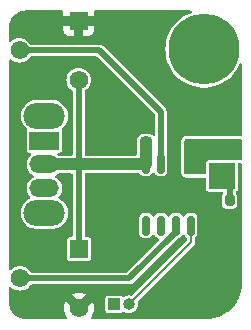
<source format=gtl>
G04 #@! TF.GenerationSoftware,KiCad,Pcbnew,8.0.1*
G04 #@! TF.CreationDate,2024-07-26T02:50:49+08:00*
G04 #@! TF.ProjectId,555Sandbox,35353553-616e-4646-926f-782e6b696361,1.0.0*
G04 #@! TF.SameCoordinates,Original*
G04 #@! TF.FileFunction,Copper,L1,Top*
G04 #@! TF.FilePolarity,Positive*
%FSLAX46Y46*%
G04 Gerber Fmt 4.6, Leading zero omitted, Abs format (unit mm)*
G04 Created by KiCad (PCBNEW 8.0.1) date 2024-07-26 02:50:49*
%MOMM*%
%LPD*%
G01*
G04 APERTURE LIST*
G04 Aperture macros list*
%AMRoundRect*
0 Rectangle with rounded corners*
0 $1 Rounding radius*
0 $2 $3 $4 $5 $6 $7 $8 $9 X,Y pos of 4 corners*
0 Add a 4 corners polygon primitive as box body*
4,1,4,$2,$3,$4,$5,$6,$7,$8,$9,$2,$3,0*
0 Add four circle primitives for the rounded corners*
1,1,$1+$1,$2,$3*
1,1,$1+$1,$4,$5*
1,1,$1+$1,$6,$7*
1,1,$1+$1,$8,$9*
0 Add four rect primitives between the rounded corners*
20,1,$1+$1,$2,$3,$4,$5,0*
20,1,$1+$1,$4,$5,$6,$7,0*
20,1,$1+$1,$6,$7,$8,$9,0*
20,1,$1+$1,$8,$9,$2,$3,0*%
G04 Aperture macros list end*
G04 #@! TA.AperFunction,ComponentPad*
%ADD10O,1.000000X1.000000*%
G04 #@! TD*
G04 #@! TA.AperFunction,ComponentPad*
%ADD11R,1.000000X1.000000*%
G04 #@! TD*
G04 #@! TA.AperFunction,SMDPad,CuDef*
%ADD12RoundRect,0.150000X-0.150000X0.675000X-0.150000X-0.675000X0.150000X-0.675000X0.150000X0.675000X0*%
G04 #@! TD*
G04 #@! TA.AperFunction,SMDPad,CuDef*
%ADD13R,2.200000X2.200000*%
G04 #@! TD*
G04 #@! TA.AperFunction,SMDPad,CuDef*
%ADD14R,2.200000X1.250000*%
G04 #@! TD*
G04 #@! TA.AperFunction,SMDPad,CuDef*
%ADD15RoundRect,0.200000X0.200000X0.275000X-0.200000X0.275000X-0.200000X-0.275000X0.200000X-0.275000X0*%
G04 #@! TD*
G04 #@! TA.AperFunction,ComponentPad*
%ADD16O,3.500000X2.200000*%
G04 #@! TD*
G04 #@! TA.AperFunction,ComponentPad*
%ADD17R,2.500000X1.500000*%
G04 #@! TD*
G04 #@! TA.AperFunction,ComponentPad*
%ADD18O,2.500000X1.500000*%
G04 #@! TD*
G04 #@! TA.AperFunction,SMDPad,CuDef*
%ADD19RoundRect,0.225000X0.250000X-0.225000X0.250000X0.225000X-0.250000X0.225000X-0.250000X-0.225000X0*%
G04 #@! TD*
G04 #@! TA.AperFunction,ComponentPad*
%ADD20R,1.560000X1.560000*%
G04 #@! TD*
G04 #@! TA.AperFunction,ComponentPad*
%ADD21C,1.560000*%
G04 #@! TD*
G04 #@! TA.AperFunction,ComponentPad*
%ADD22C,6.000000*%
G04 #@! TD*
G04 #@! TA.AperFunction,ViaPad*
%ADD23C,0.600000*%
G04 #@! TD*
G04 #@! TA.AperFunction,Conductor*
%ADD24C,0.500000*%
G04 #@! TD*
G04 #@! TA.AperFunction,Conductor*
%ADD25C,0.200000*%
G04 #@! TD*
G04 #@! TA.AperFunction,Conductor*
%ADD26C,1.000000*%
G04 #@! TD*
G04 APERTURE END LIST*
D10*
X86915000Y-92300000D03*
X85645000Y-92300000D03*
D11*
X84375000Y-92300000D03*
D12*
X90855000Y-85625000D03*
X89585000Y-85625000D03*
X88315000Y-85625000D03*
X87045000Y-85625000D03*
X87045000Y-80375000D03*
X88315000Y-80375000D03*
X89585000Y-80375000D03*
X90855000Y-80375000D03*
D13*
X93500000Y-81400000D03*
D14*
X93500000Y-79125000D03*
D15*
X94125000Y-83500000D03*
X92475000Y-83500000D03*
D16*
X78450000Y-76350000D03*
X78450000Y-84550000D03*
D17*
X78450000Y-78450000D03*
D18*
X78450000Y-80450000D03*
X78450000Y-82450000D03*
D19*
X87050000Y-78575000D03*
X87050000Y-77025000D03*
D20*
X81350000Y-68300000D03*
D21*
X76350000Y-70800000D03*
X81350000Y-73300000D03*
D22*
X91950000Y-70700000D03*
D20*
X81390000Y-87600000D03*
D21*
X76390000Y-90100000D03*
X81390000Y-92600000D03*
D23*
X84650000Y-73650000D03*
X94600000Y-90850000D03*
X87100000Y-73550000D03*
X92950000Y-77650000D03*
X86900000Y-76000000D03*
X76450000Y-68400000D03*
X91950000Y-77650000D03*
X83400000Y-88950000D03*
X77650000Y-92350000D03*
X93950000Y-77650000D03*
X92250000Y-93050000D03*
X76650000Y-92350000D03*
X89300000Y-73350000D03*
X89650000Y-78350000D03*
X85550000Y-74550000D03*
X93800000Y-92250000D03*
X83300000Y-72400000D03*
D24*
X76390000Y-90100000D02*
X85650000Y-90100000D01*
X85650000Y-90100000D02*
X89585000Y-86165000D01*
X89585000Y-86165000D02*
X89585000Y-85625000D01*
D25*
X85645000Y-92250000D02*
X90855000Y-87040000D01*
X90855000Y-87040000D02*
X90855000Y-85775000D01*
D24*
X76350000Y-70800000D02*
X83100000Y-70800000D01*
X83100000Y-70800000D02*
X88315000Y-76015000D01*
X88315000Y-76015000D02*
X88315000Y-80375000D01*
D26*
X78450000Y-80450000D02*
X86970000Y-80450000D01*
X86970000Y-80450000D02*
X87045000Y-80375000D01*
X87045000Y-80375000D02*
X87045000Y-78580000D01*
D24*
X81350000Y-73300000D02*
X81350000Y-87560000D01*
X81350000Y-87560000D02*
X81390000Y-87600000D01*
D26*
X81500000Y-87490000D02*
X81390000Y-87600000D01*
D24*
X94125000Y-82375000D02*
X93200000Y-81450000D01*
X94125000Y-83500000D02*
X94125000Y-82375000D01*
G04 #@! TA.AperFunction,Conductor*
G36*
X95130753Y-78319685D02*
G01*
X95176508Y-78372489D01*
X95187713Y-78423962D01*
X95188058Y-79574696D01*
X95188164Y-79925963D01*
X95168500Y-79993008D01*
X95115709Y-80038779D01*
X95064164Y-80050000D01*
X94635842Y-80050000D01*
X94625664Y-80049500D01*
X94624674Y-80049500D01*
X92375326Y-80049500D01*
X92375323Y-80049500D01*
X92302264Y-80064032D01*
X92302260Y-80064033D01*
X92219399Y-80119399D01*
X92164033Y-80202260D01*
X92164032Y-80202264D01*
X92149500Y-80275321D01*
X92149500Y-81176000D01*
X92129815Y-81243039D01*
X92077011Y-81288794D01*
X92025500Y-81300000D01*
X90424000Y-81300000D01*
X90356961Y-81280315D01*
X90311206Y-81227511D01*
X90300000Y-81176000D01*
X90300000Y-78424000D01*
X90319685Y-78356961D01*
X90372489Y-78311206D01*
X90424000Y-78300000D01*
X95063714Y-78300000D01*
X95130753Y-78319685D01*
G37*
G04 #@! TD.AperFunction*
G04 #@! TA.AperFunction,Conductor*
G36*
X80013039Y-67420185D02*
G01*
X80058794Y-67472989D01*
X80070000Y-67524500D01*
X80070000Y-67900000D01*
X81042894Y-67900000D01*
X80949901Y-67992993D01*
X80884075Y-68107007D01*
X80850000Y-68234174D01*
X80850000Y-68365826D01*
X80884075Y-68492993D01*
X80949901Y-68607007D01*
X81042993Y-68700099D01*
X81157007Y-68765925D01*
X81284174Y-68800000D01*
X81415826Y-68800000D01*
X81542993Y-68765925D01*
X81657007Y-68700099D01*
X81657106Y-68700000D01*
X81750000Y-68700000D01*
X81750000Y-69580000D01*
X82177828Y-69580000D01*
X82177844Y-69579999D01*
X82237372Y-69573598D01*
X82237379Y-69573596D01*
X82372086Y-69523354D01*
X82372093Y-69523350D01*
X82487187Y-69437190D01*
X82487190Y-69437187D01*
X82573350Y-69322093D01*
X82573354Y-69322086D01*
X82623596Y-69187379D01*
X82623598Y-69187372D01*
X82629999Y-69127844D01*
X82630000Y-69127827D01*
X82630000Y-68700000D01*
X81750000Y-68700000D01*
X81657106Y-68700000D01*
X81750099Y-68607007D01*
X81815925Y-68492993D01*
X81850000Y-68365826D01*
X81850000Y-68234174D01*
X81815925Y-68107007D01*
X81750099Y-67992993D01*
X81657106Y-67900000D01*
X82630000Y-67900000D01*
X82630000Y-67524500D01*
X82649685Y-67457461D01*
X82702489Y-67411706D01*
X82754000Y-67400500D01*
X90806168Y-67400500D01*
X90873207Y-67420185D01*
X90918962Y-67472989D01*
X90928906Y-67542147D01*
X90899881Y-67605703D01*
X90845762Y-67642008D01*
X90745099Y-67675926D01*
X90745096Y-67675927D01*
X90745088Y-67675930D01*
X90425210Y-67823921D01*
X90425197Y-67823928D01*
X90123184Y-68005644D01*
X89842589Y-68218946D01*
X89842580Y-68218954D01*
X89586685Y-68461350D01*
X89358505Y-68729983D01*
X89358498Y-68729993D01*
X89160695Y-69021730D01*
X88995597Y-69333137D01*
X88995588Y-69333155D01*
X88865127Y-69660589D01*
X88865126Y-69660591D01*
X88770834Y-70000203D01*
X88770833Y-70000206D01*
X88713808Y-70348045D01*
X88694726Y-70699997D01*
X88694726Y-70700002D01*
X88713808Y-71051954D01*
X88770833Y-71399793D01*
X88770834Y-71399796D01*
X88865126Y-71739408D01*
X88865127Y-71739410D01*
X88995588Y-72066844D01*
X88995597Y-72066862D01*
X89160695Y-72378269D01*
X89358498Y-72670006D01*
X89358505Y-72670016D01*
X89586685Y-72938649D01*
X89586686Y-72938650D01*
X89842580Y-73181046D01*
X90123182Y-73394354D01*
X90425202Y-73576074D01*
X90425206Y-73576075D01*
X90425210Y-73576078D01*
X90745088Y-73724070D01*
X90745092Y-73724070D01*
X90745099Y-73724074D01*
X91079122Y-73836619D01*
X91423355Y-73912391D01*
X91773763Y-73950500D01*
X91773769Y-73950500D01*
X92126231Y-73950500D01*
X92126237Y-73950500D01*
X92476645Y-73912391D01*
X92820878Y-73836619D01*
X93154901Y-73724074D01*
X93154908Y-73724070D01*
X93154911Y-73724070D01*
X93474789Y-73576078D01*
X93474798Y-73576074D01*
X93776818Y-73394354D01*
X94057420Y-73181046D01*
X94313314Y-72938650D01*
X94541501Y-72670008D01*
X94739305Y-72378269D01*
X94904407Y-72066854D01*
X94946599Y-71960958D01*
X94989697Y-71905969D01*
X95055686Y-71883008D01*
X95123614Y-71899369D01*
X95171913Y-71949856D01*
X95185791Y-72006821D01*
X95187562Y-77920463D01*
X95167898Y-77987508D01*
X95115107Y-78033279D01*
X95063562Y-78044500D01*
X90423997Y-78044500D01*
X90369687Y-78050338D01*
X90318181Y-78061543D01*
X90318172Y-78061546D01*
X90291807Y-78068779D01*
X90291796Y-78068783D01*
X90205181Y-78118105D01*
X90205173Y-78118111D01*
X90152371Y-78163863D01*
X90120743Y-78196640D01*
X90074534Y-78284977D01*
X90074533Y-78284977D01*
X90054851Y-78352009D01*
X90054848Y-78352021D01*
X90044500Y-78423998D01*
X90044500Y-81176002D01*
X90050338Y-81230312D01*
X90061543Y-81281818D01*
X90061546Y-81281827D01*
X90068779Y-81308192D01*
X90068783Y-81308203D01*
X90118105Y-81394818D01*
X90118110Y-81394825D01*
X90118112Y-81394828D01*
X90133036Y-81412051D01*
X90163863Y-81447628D01*
X90163866Y-81447631D01*
X90163867Y-81447632D01*
X90196641Y-81479257D01*
X90284976Y-81525465D01*
X90284977Y-81525465D01*
X90284977Y-81525466D01*
X90335105Y-81540184D01*
X90352015Y-81545150D01*
X90352019Y-81545150D01*
X90352021Y-81545151D01*
X90363652Y-81546823D01*
X90424000Y-81555500D01*
X90424001Y-81555500D01*
X92025500Y-81555500D01*
X92092539Y-81575185D01*
X92138294Y-81627989D01*
X92149500Y-81679500D01*
X92149500Y-82524678D01*
X92164032Y-82597735D01*
X92164033Y-82597739D01*
X92164034Y-82597740D01*
X92219399Y-82680601D01*
X92302260Y-82735966D01*
X92302264Y-82735967D01*
X92375321Y-82750499D01*
X92375324Y-82750500D01*
X92375326Y-82750500D01*
X93469659Y-82750500D01*
X93536698Y-82770185D01*
X93582453Y-82822989D01*
X93592397Y-82892147D01*
X93569430Y-82948133D01*
X93522207Y-83012118D01*
X93522206Y-83012119D01*
X93477353Y-83140298D01*
X93477353Y-83140300D01*
X93474500Y-83170730D01*
X93474500Y-83829269D01*
X93477353Y-83859699D01*
X93477353Y-83859701D01*
X93522206Y-83987880D01*
X93522207Y-83987882D01*
X93602850Y-84097150D01*
X93712118Y-84177793D01*
X93754845Y-84192744D01*
X93840299Y-84222646D01*
X93870730Y-84225500D01*
X93870734Y-84225500D01*
X94379270Y-84225500D01*
X94409699Y-84222646D01*
X94409701Y-84222646D01*
X94473790Y-84200219D01*
X94537882Y-84177793D01*
X94647150Y-84097150D01*
X94727793Y-83987882D01*
X94750219Y-83923790D01*
X94772646Y-83859701D01*
X94772646Y-83859699D01*
X94775500Y-83829269D01*
X94775500Y-83170730D01*
X94772646Y-83140300D01*
X94772646Y-83140298D01*
X94727793Y-83012119D01*
X94727790Y-83012113D01*
X94658529Y-82918267D01*
X94634558Y-82852638D01*
X94649874Y-82784468D01*
X94689410Y-82741531D01*
X94697738Y-82735966D01*
X94697740Y-82735966D01*
X94780601Y-82680601D01*
X94835966Y-82597740D01*
X94850500Y-82524674D01*
X94850500Y-80429500D01*
X94870185Y-80362461D01*
X94922989Y-80316706D01*
X94974500Y-80305500D01*
X95064314Y-80305500D01*
X95131353Y-80325185D01*
X95177108Y-80377989D01*
X95188313Y-80429461D01*
X95190724Y-88477735D01*
X95191325Y-90483207D01*
X95191344Y-90545852D01*
X95191176Y-90552344D01*
X95175339Y-90856207D01*
X95173986Y-90869118D01*
X95126975Y-91166455D01*
X95124279Y-91179154D01*
X95046440Y-91469945D01*
X95042431Y-91482292D01*
X94934621Y-91763343D01*
X94929344Y-91775203D01*
X94792736Y-92043453D01*
X94786247Y-92054697D01*
X94622350Y-92307184D01*
X94614722Y-92317688D01*
X94425319Y-92551665D01*
X94416634Y-92561314D01*
X94203804Y-92774209D01*
X94194158Y-92782896D01*
X93960251Y-92972364D01*
X93949750Y-92979996D01*
X93697303Y-93143980D01*
X93686061Y-93150472D01*
X93417858Y-93287161D01*
X93405999Y-93292442D01*
X93124983Y-93400340D01*
X93112637Y-93404353D01*
X92821870Y-93482282D01*
X92809172Y-93484982D01*
X92511849Y-93532086D01*
X92498939Y-93533443D01*
X92195939Y-93549330D01*
X92189446Y-93549500D01*
X82525946Y-93549500D01*
X82458907Y-93529815D01*
X82413152Y-93477011D01*
X82403208Y-93407853D01*
X82424371Y-93354376D01*
X82502746Y-93242444D01*
X82597399Y-93039459D01*
X82597403Y-93039450D01*
X82655367Y-92823124D01*
X82655369Y-92823113D01*
X82674889Y-92600002D01*
X82674889Y-92599997D01*
X82655369Y-92376886D01*
X82655367Y-92376875D01*
X82597403Y-92160549D01*
X82597400Y-92160540D01*
X82533079Y-92022604D01*
X81890000Y-92665683D01*
X81890000Y-92534174D01*
X81855925Y-92407007D01*
X81790099Y-92292993D01*
X81697007Y-92199901D01*
X81582993Y-92134075D01*
X81455826Y-92100000D01*
X81324174Y-92100000D01*
X81197007Y-92134075D01*
X81082993Y-92199901D01*
X80989901Y-92292993D01*
X80924075Y-92407007D01*
X80890000Y-92534174D01*
X80890000Y-92665685D01*
X80246920Y-92022605D01*
X80182600Y-92160540D01*
X80182596Y-92160549D01*
X80124632Y-92376875D01*
X80124630Y-92376886D01*
X80105111Y-92599997D01*
X80105111Y-92600002D01*
X80124630Y-92823113D01*
X80124632Y-92823124D01*
X80182596Y-93039450D01*
X80182600Y-93039459D01*
X80277253Y-93242444D01*
X80355629Y-93354376D01*
X80377956Y-93420582D01*
X80360946Y-93488350D01*
X80309998Y-93536163D01*
X80254054Y-93549500D01*
X76904875Y-93549500D01*
X76895146Y-93549118D01*
X76682975Y-93532419D01*
X76663757Y-93529375D01*
X76461569Y-93480834D01*
X76443063Y-93474821D01*
X76250955Y-93395247D01*
X76233618Y-93386413D01*
X76056327Y-93277769D01*
X76040585Y-93266332D01*
X75882469Y-93131288D01*
X75868711Y-93117530D01*
X75733667Y-92959414D01*
X75722230Y-92943672D01*
X75613586Y-92766381D01*
X75604752Y-92749044D01*
X75570282Y-92665826D01*
X75525176Y-92556930D01*
X75519167Y-92538437D01*
X75470623Y-92336237D01*
X75467580Y-92317024D01*
X75466240Y-92300002D01*
X75450882Y-92104853D01*
X75450500Y-92095124D01*
X75450500Y-91456920D01*
X80812605Y-91456920D01*
X81390000Y-92034315D01*
X81390001Y-92034315D01*
X81967395Y-91456918D01*
X81829452Y-91392597D01*
X81613124Y-91334632D01*
X81613113Y-91334630D01*
X81390002Y-91315111D01*
X81389998Y-91315111D01*
X81166886Y-91334630D01*
X81166875Y-91334632D01*
X80950549Y-91392596D01*
X80950540Y-91392600D01*
X80812605Y-91456920D01*
X75450500Y-91456920D01*
X75450500Y-90924247D01*
X75470185Y-90857208D01*
X75522989Y-90811453D01*
X75592147Y-90801509D01*
X75653165Y-90828394D01*
X75814713Y-90960974D01*
X75814720Y-90960978D01*
X75993732Y-91056662D01*
X75993734Y-91056662D01*
X75993737Y-91056664D01*
X76187987Y-91115589D01*
X76187986Y-91115589D01*
X76206099Y-91117372D01*
X76390000Y-91135486D01*
X76592013Y-91115589D01*
X76786263Y-91056664D01*
X76965285Y-90960975D01*
X77122199Y-90832199D01*
X77250975Y-90675285D01*
X77255912Y-90666047D01*
X77304874Y-90616203D01*
X77365271Y-90600500D01*
X85715890Y-90600500D01*
X85715892Y-90600500D01*
X85843186Y-90566392D01*
X85957314Y-90500500D01*
X89727093Y-86730719D01*
X89788414Y-86697236D01*
X89795351Y-86695932D01*
X89860304Y-86685646D01*
X89973342Y-86628050D01*
X90063050Y-86538342D01*
X90109516Y-86447145D01*
X90157490Y-86396352D01*
X90225311Y-86379557D01*
X90291445Y-86402094D01*
X90330482Y-86447145D01*
X90376950Y-86538342D01*
X90466658Y-86628050D01*
X90466660Y-86628051D01*
X90468181Y-86629572D01*
X90501666Y-86690895D01*
X90504500Y-86717254D01*
X90504500Y-86843455D01*
X90484815Y-86910494D01*
X90468181Y-86931136D01*
X85875569Y-91523747D01*
X85814246Y-91557232D01*
X85774004Y-91559286D01*
X85645003Y-91544751D01*
X85644997Y-91544751D01*
X85476943Y-91563685D01*
X85317307Y-91619545D01*
X85235144Y-91671172D01*
X85167907Y-91690172D01*
X85101072Y-91669804D01*
X85066071Y-91635069D01*
X85055601Y-91619399D01*
X84972740Y-91564034D01*
X84972739Y-91564033D01*
X84972735Y-91564032D01*
X84899677Y-91549500D01*
X84899674Y-91549500D01*
X83850326Y-91549500D01*
X83850323Y-91549500D01*
X83777264Y-91564032D01*
X83777260Y-91564033D01*
X83694399Y-91619399D01*
X83639033Y-91702260D01*
X83639032Y-91702264D01*
X83624500Y-91775321D01*
X83624500Y-92824678D01*
X83639032Y-92897735D01*
X83639033Y-92897739D01*
X83653992Y-92920127D01*
X83694399Y-92980601D01*
X83777260Y-93035966D01*
X83777264Y-93035967D01*
X83850321Y-93050499D01*
X83850324Y-93050500D01*
X83850326Y-93050500D01*
X84899676Y-93050500D01*
X84899677Y-93050499D01*
X84972740Y-93035966D01*
X85055601Y-92980601D01*
X85066070Y-92964932D01*
X85119677Y-92920127D01*
X85189001Y-92911417D01*
X85235145Y-92928828D01*
X85317307Y-92980454D01*
X85317305Y-92980454D01*
X85317309Y-92980455D01*
X85317310Y-92980456D01*
X85373447Y-93000099D01*
X85476943Y-93036314D01*
X85644997Y-93055249D01*
X85645000Y-93055249D01*
X85645003Y-93055249D01*
X85813056Y-93036314D01*
X85814051Y-93035966D01*
X85972690Y-92980456D01*
X85972692Y-92980454D01*
X85972694Y-92980454D01*
X85972697Y-92980452D01*
X86115884Y-92890481D01*
X86115885Y-92890480D01*
X86115890Y-92890477D01*
X86235477Y-92770890D01*
X86238310Y-92766381D01*
X86325452Y-92627697D01*
X86325454Y-92627694D01*
X86325454Y-92627692D01*
X86325456Y-92627690D01*
X86381313Y-92468059D01*
X86381313Y-92468058D01*
X86381314Y-92468056D01*
X86400249Y-92300002D01*
X86400249Y-92299997D01*
X86381314Y-92131944D01*
X86375274Y-92114683D01*
X86371711Y-92044905D01*
X86404634Y-91986047D01*
X88719056Y-89671625D01*
X91135470Y-87255212D01*
X91181614Y-87175288D01*
X91205500Y-87086143D01*
X91205500Y-86993856D01*
X91205500Y-86717254D01*
X91225185Y-86650215D01*
X91241819Y-86629572D01*
X91243339Y-86628051D01*
X91243342Y-86628050D01*
X91333050Y-86538342D01*
X91390646Y-86425304D01*
X91390646Y-86425302D01*
X91390647Y-86425301D01*
X91405499Y-86331524D01*
X91405500Y-86331519D01*
X91405499Y-84918482D01*
X91390646Y-84824696D01*
X91333050Y-84711658D01*
X91333046Y-84711654D01*
X91333045Y-84711652D01*
X91243347Y-84621954D01*
X91243344Y-84621952D01*
X91243342Y-84621950D01*
X91166517Y-84582805D01*
X91130301Y-84564352D01*
X91036524Y-84549500D01*
X90673482Y-84549500D01*
X90592519Y-84562323D01*
X90579696Y-84564354D01*
X90466658Y-84621950D01*
X90466657Y-84621951D01*
X90466652Y-84621954D01*
X90376954Y-84711652D01*
X90376949Y-84711659D01*
X90330483Y-84802852D01*
X90282508Y-84853648D01*
X90214687Y-84870442D01*
X90148552Y-84847904D01*
X90109516Y-84802852D01*
X90063050Y-84711658D01*
X90063047Y-84711655D01*
X90063045Y-84711652D01*
X89973347Y-84621954D01*
X89973344Y-84621952D01*
X89973342Y-84621950D01*
X89896517Y-84582805D01*
X89860301Y-84564352D01*
X89766524Y-84549500D01*
X89403482Y-84549500D01*
X89322519Y-84562323D01*
X89309696Y-84564354D01*
X89196658Y-84621950D01*
X89196657Y-84621951D01*
X89196652Y-84621954D01*
X89106954Y-84711652D01*
X89106949Y-84711659D01*
X89060483Y-84802852D01*
X89012508Y-84853648D01*
X88944687Y-84870442D01*
X88878552Y-84847904D01*
X88839516Y-84802852D01*
X88793050Y-84711658D01*
X88793047Y-84711655D01*
X88793045Y-84711652D01*
X88703347Y-84621954D01*
X88703344Y-84621952D01*
X88703342Y-84621950D01*
X88626517Y-84582805D01*
X88590301Y-84564352D01*
X88496524Y-84549500D01*
X88133482Y-84549500D01*
X88052519Y-84562323D01*
X88039696Y-84564354D01*
X87926658Y-84621950D01*
X87926657Y-84621951D01*
X87926652Y-84621954D01*
X87836954Y-84711652D01*
X87836949Y-84711659D01*
X87790483Y-84802852D01*
X87742508Y-84853648D01*
X87674687Y-84870442D01*
X87608552Y-84847904D01*
X87569516Y-84802852D01*
X87523050Y-84711658D01*
X87523047Y-84711655D01*
X87523045Y-84711652D01*
X87433347Y-84621954D01*
X87433344Y-84621952D01*
X87433342Y-84621950D01*
X87356517Y-84582805D01*
X87320301Y-84564352D01*
X87226524Y-84549500D01*
X86863482Y-84549500D01*
X86782519Y-84562323D01*
X86769696Y-84564354D01*
X86656658Y-84621950D01*
X86656657Y-84621951D01*
X86656652Y-84621954D01*
X86566954Y-84711652D01*
X86566951Y-84711657D01*
X86566950Y-84711658D01*
X86547751Y-84749337D01*
X86509352Y-84824698D01*
X86494500Y-84918475D01*
X86494500Y-86331517D01*
X86502109Y-86379557D01*
X86509354Y-86425304D01*
X86566950Y-86538342D01*
X86566952Y-86538344D01*
X86566954Y-86538347D01*
X86656652Y-86628045D01*
X86656654Y-86628046D01*
X86656658Y-86628050D01*
X86769694Y-86685645D01*
X86769698Y-86685647D01*
X86863475Y-86700499D01*
X86863481Y-86700500D01*
X87226518Y-86700499D01*
X87320304Y-86685646D01*
X87433342Y-86628050D01*
X87523050Y-86538342D01*
X87569516Y-86447145D01*
X87617490Y-86396352D01*
X87685311Y-86379557D01*
X87751445Y-86402094D01*
X87790482Y-86447145D01*
X87815891Y-86497011D01*
X87836951Y-86538343D01*
X87836954Y-86538347D01*
X87926652Y-86628045D01*
X87926654Y-86628046D01*
X87926658Y-86628050D01*
X88039696Y-86685646D01*
X88072850Y-86690897D01*
X88135983Y-86720825D01*
X88172915Y-86780136D01*
X88171919Y-86849998D01*
X88141133Y-86901051D01*
X85479005Y-89563181D01*
X85417682Y-89596666D01*
X85391324Y-89599500D01*
X77365271Y-89599500D01*
X77298232Y-89579815D01*
X77255912Y-89533952D01*
X77250973Y-89524712D01*
X77122199Y-89367800D01*
X76965286Y-89239025D01*
X76965279Y-89239021D01*
X76786267Y-89143337D01*
X76689138Y-89113873D01*
X76592013Y-89084411D01*
X76592011Y-89084410D01*
X76592013Y-89084410D01*
X76390000Y-89064514D01*
X76187988Y-89084410D01*
X75993732Y-89143337D01*
X75814720Y-89239021D01*
X75814713Y-89239026D01*
X75653165Y-89371605D01*
X75588855Y-89398918D01*
X75519987Y-89387127D01*
X75468427Y-89339975D01*
X75450500Y-89275752D01*
X75450500Y-71657075D01*
X75470185Y-71590036D01*
X75522989Y-71544281D01*
X75592147Y-71534337D01*
X75653165Y-71561222D01*
X75774713Y-71660974D01*
X75774720Y-71660978D01*
X75953732Y-71756662D01*
X75953734Y-71756662D01*
X75953737Y-71756664D01*
X76147987Y-71815589D01*
X76147986Y-71815589D01*
X76166099Y-71817372D01*
X76350000Y-71835486D01*
X76552013Y-71815589D01*
X76746263Y-71756664D01*
X76925285Y-71660975D01*
X77082199Y-71532199D01*
X77210975Y-71375285D01*
X77215912Y-71366047D01*
X77264874Y-71316203D01*
X77325271Y-71300500D01*
X82841324Y-71300500D01*
X82908363Y-71320185D01*
X82929005Y-71336819D01*
X87778181Y-76185995D01*
X87811666Y-76247318D01*
X87814500Y-76273676D01*
X87814500Y-77893456D01*
X87794815Y-77960495D01*
X87742011Y-78006250D01*
X87672853Y-78016194D01*
X87616190Y-77992723D01*
X87530230Y-77928374D01*
X87530227Y-77928373D01*
X87530226Y-77928372D01*
X87402114Y-77880588D01*
X87402112Y-77880587D01*
X87402110Y-77880587D01*
X87345501Y-77874500D01*
X87345485Y-77874500D01*
X87327587Y-77874500D01*
X87280135Y-77865061D01*
X87263917Y-77858343D01*
X87263907Y-77858340D01*
X87118920Y-77829500D01*
X87118918Y-77829500D01*
X86971082Y-77829500D01*
X86971080Y-77829500D01*
X86826089Y-77858341D01*
X86826082Y-77858343D01*
X86809858Y-77865063D01*
X86762422Y-77874500D01*
X86754524Y-77874500D01*
X86754507Y-77874501D01*
X86697885Y-77880587D01*
X86569773Y-77928372D01*
X86460313Y-78010313D01*
X86378373Y-78119771D01*
X86330587Y-78247889D01*
X86324500Y-78304498D01*
X86324500Y-78343052D01*
X86322117Y-78367244D01*
X86294500Y-78506079D01*
X86294500Y-79575500D01*
X86274815Y-79642539D01*
X86222011Y-79688294D01*
X86170500Y-79699500D01*
X81974500Y-79699500D01*
X81907461Y-79679815D01*
X81861706Y-79627011D01*
X81850500Y-79575500D01*
X81850500Y-74275271D01*
X81870185Y-74208232D01*
X81916048Y-74165912D01*
X81925285Y-74160975D01*
X82082199Y-74032199D01*
X82210975Y-73875285D01*
X82306664Y-73696263D01*
X82365589Y-73502013D01*
X82385486Y-73300000D01*
X82365589Y-73097987D01*
X82306664Y-72903737D01*
X82306662Y-72903734D01*
X82306662Y-72903732D01*
X82210978Y-72724720D01*
X82210974Y-72724713D01*
X82082199Y-72567800D01*
X81925286Y-72439025D01*
X81925279Y-72439021D01*
X81746267Y-72343337D01*
X81649138Y-72313873D01*
X81552013Y-72284411D01*
X81552011Y-72284410D01*
X81552013Y-72284410D01*
X81350000Y-72264514D01*
X81147988Y-72284410D01*
X80953732Y-72343337D01*
X80774720Y-72439021D01*
X80774713Y-72439025D01*
X80617800Y-72567800D01*
X80489025Y-72724713D01*
X80489021Y-72724720D01*
X80393337Y-72903732D01*
X80334410Y-73097988D01*
X80314514Y-73300000D01*
X80334410Y-73502011D01*
X80393337Y-73696267D01*
X80489021Y-73875279D01*
X80489025Y-73875286D01*
X80617800Y-74032199D01*
X80774712Y-74160973D01*
X80774713Y-74160973D01*
X80774715Y-74160975D01*
X80783952Y-74165912D01*
X80833797Y-74214874D01*
X80849500Y-74275271D01*
X80849500Y-79575500D01*
X80829815Y-79642539D01*
X80777011Y-79688294D01*
X80725500Y-79699500D01*
X79664610Y-79699500D01*
X79597571Y-79679815D01*
X79585926Y-79671337D01*
X79584708Y-79670337D01*
X79545385Y-79612584D01*
X79543529Y-79542739D01*
X79579728Y-79482978D01*
X79642490Y-79452274D01*
X79663392Y-79450500D01*
X79724676Y-79450500D01*
X79724677Y-79450499D01*
X79797740Y-79435966D01*
X79880601Y-79380601D01*
X79935966Y-79297740D01*
X79950500Y-79224674D01*
X79950500Y-77675326D01*
X79950500Y-77675323D01*
X79950499Y-77675321D01*
X79935967Y-77602264D01*
X79935966Y-77602261D01*
X79935966Y-77602260D01*
X79935964Y-77602258D01*
X79935964Y-77602256D01*
X79916597Y-77573271D01*
X79895719Y-77506594D01*
X79914204Y-77439214D01*
X79946812Y-77404064D01*
X79979792Y-77380104D01*
X80130104Y-77229792D01*
X80130106Y-77229788D01*
X80130109Y-77229786D01*
X80255048Y-77057820D01*
X80255047Y-77057820D01*
X80255051Y-77057816D01*
X80351557Y-76868412D01*
X80417246Y-76666243D01*
X80450500Y-76456287D01*
X80450500Y-76243713D01*
X80417246Y-76033757D01*
X80351557Y-75831588D01*
X80255051Y-75642184D01*
X80255049Y-75642181D01*
X80255048Y-75642179D01*
X80130109Y-75470213D01*
X79979786Y-75319890D01*
X79807820Y-75194951D01*
X79618414Y-75098444D01*
X79618413Y-75098443D01*
X79618412Y-75098443D01*
X79416243Y-75032754D01*
X79416241Y-75032753D01*
X79416240Y-75032753D01*
X79254957Y-75007208D01*
X79206287Y-74999500D01*
X77693713Y-74999500D01*
X77645042Y-75007208D01*
X77483760Y-75032753D01*
X77281585Y-75098444D01*
X77092179Y-75194951D01*
X76920213Y-75319890D01*
X76769890Y-75470213D01*
X76644951Y-75642179D01*
X76548444Y-75831585D01*
X76482753Y-76033760D01*
X76449500Y-76243713D01*
X76449500Y-76456286D01*
X76482753Y-76666239D01*
X76548444Y-76868414D01*
X76644951Y-77057820D01*
X76769890Y-77229786D01*
X76769896Y-77229792D01*
X76920208Y-77380104D01*
X76920209Y-77380105D01*
X76920208Y-77380105D01*
X76941987Y-77395927D01*
X76953183Y-77404062D01*
X76995850Y-77459390D01*
X77001831Y-77529004D01*
X76983404Y-77573270D01*
X76964033Y-77602261D01*
X76964032Y-77602264D01*
X76949500Y-77675321D01*
X76949500Y-79224678D01*
X76964032Y-79297735D01*
X76964033Y-79297739D01*
X76964034Y-79297740D01*
X77019399Y-79380601D01*
X77102260Y-79435966D01*
X77102264Y-79435967D01*
X77175321Y-79450499D01*
X77175324Y-79450500D01*
X77175326Y-79450500D01*
X77236608Y-79450500D01*
X77303647Y-79470185D01*
X77349402Y-79522989D01*
X77359346Y-79592147D01*
X77330321Y-79655703D01*
X77315275Y-79670352D01*
X77312212Y-79672865D01*
X77172863Y-79812214D01*
X77172860Y-79812218D01*
X77063371Y-79976079D01*
X77063364Y-79976092D01*
X76987950Y-80158160D01*
X76987947Y-80158170D01*
X76949500Y-80351456D01*
X76949500Y-80351459D01*
X76949500Y-80548541D01*
X76949500Y-80548543D01*
X76949499Y-80548543D01*
X76987947Y-80741829D01*
X76987950Y-80741839D01*
X77063364Y-80923907D01*
X77063371Y-80923920D01*
X77172860Y-81087781D01*
X77172863Y-81087785D01*
X77312214Y-81227136D01*
X77312218Y-81227139D01*
X77476079Y-81336628D01*
X77481456Y-81339502D01*
X77480490Y-81341308D01*
X77527612Y-81379285D01*
X77549673Y-81445580D01*
X77532391Y-81513279D01*
X77481251Y-81560887D01*
X77477660Y-81562526D01*
X77476079Y-81563371D01*
X77312218Y-81672860D01*
X77312214Y-81672863D01*
X77172863Y-81812214D01*
X77172860Y-81812218D01*
X77063371Y-81976079D01*
X77063364Y-81976092D01*
X76987950Y-82158160D01*
X76987947Y-82158170D01*
X76949500Y-82351456D01*
X76949500Y-82351459D01*
X76949500Y-82548541D01*
X76949500Y-82548543D01*
X76949499Y-82548543D01*
X76987947Y-82741829D01*
X76987950Y-82741839D01*
X77063364Y-82923907D01*
X77063371Y-82923920D01*
X77172860Y-83087781D01*
X77172863Y-83087785D01*
X77228431Y-83143353D01*
X77261916Y-83204676D01*
X77256932Y-83274368D01*
X77215060Y-83330301D01*
X77197045Y-83341518D01*
X77092185Y-83394947D01*
X77092184Y-83394948D01*
X76920213Y-83519890D01*
X76769890Y-83670213D01*
X76644951Y-83842179D01*
X76548444Y-84031585D01*
X76482753Y-84233760D01*
X76449500Y-84443713D01*
X76449500Y-84656286D01*
X76476173Y-84824697D01*
X76482754Y-84866243D01*
X76499727Y-84918481D01*
X76548444Y-85068414D01*
X76644951Y-85257820D01*
X76769890Y-85429786D01*
X76920213Y-85580109D01*
X77092179Y-85705048D01*
X77092181Y-85705049D01*
X77092184Y-85705051D01*
X77281588Y-85801557D01*
X77483757Y-85867246D01*
X77693713Y-85900500D01*
X77693714Y-85900500D01*
X79206286Y-85900500D01*
X79206287Y-85900500D01*
X79416243Y-85867246D01*
X79618412Y-85801557D01*
X79807816Y-85705051D01*
X79829789Y-85689086D01*
X79979786Y-85580109D01*
X79979788Y-85580106D01*
X79979792Y-85580104D01*
X80130104Y-85429792D01*
X80130106Y-85429788D01*
X80130109Y-85429786D01*
X80255048Y-85257820D01*
X80255047Y-85257820D01*
X80255051Y-85257816D01*
X80351557Y-85068412D01*
X80417246Y-84866243D01*
X80450500Y-84656287D01*
X80450500Y-84443713D01*
X80417246Y-84233757D01*
X80351557Y-84031588D01*
X80255051Y-83842184D01*
X80255049Y-83842181D01*
X80255048Y-83842179D01*
X80130109Y-83670213D01*
X79979786Y-83519890D01*
X79807819Y-83394951D01*
X79807818Y-83394950D01*
X79807816Y-83394949D01*
X79702954Y-83341519D01*
X79652158Y-83293544D01*
X79635363Y-83225723D01*
X79657901Y-83159588D01*
X79671562Y-83143358D01*
X79727139Y-83087782D01*
X79836632Y-82923914D01*
X79912051Y-82741835D01*
X79950500Y-82548541D01*
X79950500Y-82351459D01*
X79950500Y-82351456D01*
X79912052Y-82158170D01*
X79912051Y-82158169D01*
X79912051Y-82158165D01*
X79912049Y-82158160D01*
X79836635Y-81976092D01*
X79836628Y-81976079D01*
X79727139Y-81812218D01*
X79727136Y-81812214D01*
X79587785Y-81672863D01*
X79587781Y-81672860D01*
X79423920Y-81563371D01*
X79418544Y-81560498D01*
X79419510Y-81558689D01*
X79372397Y-81520728D01*
X79350326Y-81454436D01*
X79367600Y-81386735D01*
X79418734Y-81339121D01*
X79422331Y-81337477D01*
X79423907Y-81336634D01*
X79423914Y-81336632D01*
X79583032Y-81230313D01*
X79592847Y-81223755D01*
X79593867Y-81225282D01*
X79650255Y-81201334D01*
X79664610Y-81200500D01*
X80725500Y-81200500D01*
X80792539Y-81220185D01*
X80838294Y-81272989D01*
X80849500Y-81324500D01*
X80849500Y-86445500D01*
X80829815Y-86512539D01*
X80777011Y-86558294D01*
X80725500Y-86569500D01*
X80585323Y-86569500D01*
X80512264Y-86584032D01*
X80512260Y-86584033D01*
X80429399Y-86639399D01*
X80374033Y-86722260D01*
X80374032Y-86722264D01*
X80359500Y-86795321D01*
X80359500Y-88404678D01*
X80374032Y-88477735D01*
X80374033Y-88477739D01*
X80374034Y-88477740D01*
X80429399Y-88560601D01*
X80512260Y-88615966D01*
X80512264Y-88615967D01*
X80585321Y-88630499D01*
X80585324Y-88630500D01*
X80585326Y-88630500D01*
X82194676Y-88630500D01*
X82194677Y-88630499D01*
X82267740Y-88615966D01*
X82350601Y-88560601D01*
X82405966Y-88477740D01*
X82420500Y-88404674D01*
X82420500Y-86795326D01*
X82420500Y-86795323D01*
X82420499Y-86795321D01*
X82405967Y-86722264D01*
X82405966Y-86722260D01*
X82402621Y-86717254D01*
X82350601Y-86639399D01*
X82267740Y-86584034D01*
X82267739Y-86584033D01*
X82267735Y-86584032D01*
X82194677Y-86569500D01*
X82194674Y-86569500D01*
X81974500Y-86569500D01*
X81907461Y-86549815D01*
X81861706Y-86497011D01*
X81850500Y-86445500D01*
X81850500Y-81324500D01*
X81870185Y-81257461D01*
X81922989Y-81211706D01*
X81974500Y-81200500D01*
X86446205Y-81200500D01*
X86513244Y-81220185D01*
X86556689Y-81268204D01*
X86566949Y-81288340D01*
X86566954Y-81288347D01*
X86656652Y-81378045D01*
X86656654Y-81378046D01*
X86656658Y-81378050D01*
X86769694Y-81435645D01*
X86769698Y-81435647D01*
X86863475Y-81450499D01*
X86863481Y-81450500D01*
X87226518Y-81450499D01*
X87320304Y-81435646D01*
X87433342Y-81378050D01*
X87523050Y-81288342D01*
X87569516Y-81197145D01*
X87617490Y-81146352D01*
X87685311Y-81129557D01*
X87751445Y-81152094D01*
X87790482Y-81197145D01*
X87836949Y-81288340D01*
X87836951Y-81288343D01*
X87836954Y-81288347D01*
X87926652Y-81378045D01*
X87926654Y-81378046D01*
X87926658Y-81378050D01*
X88039694Y-81435645D01*
X88039698Y-81435647D01*
X88133475Y-81450499D01*
X88133481Y-81450500D01*
X88496518Y-81450499D01*
X88590304Y-81435646D01*
X88703342Y-81378050D01*
X88793050Y-81288342D01*
X88850646Y-81175304D01*
X88850646Y-81175302D01*
X88850647Y-81175301D01*
X88861282Y-81108147D01*
X88865500Y-81081519D01*
X88865499Y-79668482D01*
X88850646Y-79574696D01*
X88850645Y-79574694D01*
X88850645Y-79574692D01*
X88829015Y-79532241D01*
X88815500Y-79475947D01*
X88815500Y-75949110D01*
X88815500Y-75949108D01*
X88781392Y-75821814D01*
X88715500Y-75707686D01*
X88622314Y-75614500D01*
X83407314Y-70399500D01*
X83318192Y-70348045D01*
X83293187Y-70333608D01*
X83226120Y-70315638D01*
X83165892Y-70299500D01*
X83165891Y-70299500D01*
X77325271Y-70299500D01*
X77258232Y-70279815D01*
X77215912Y-70233952D01*
X77210973Y-70224712D01*
X77082199Y-70067800D01*
X76925286Y-69939025D01*
X76925279Y-69939021D01*
X76746267Y-69843337D01*
X76649138Y-69813873D01*
X76552013Y-69784411D01*
X76552011Y-69784410D01*
X76552013Y-69784410D01*
X76350000Y-69764514D01*
X76147988Y-69784410D01*
X75953732Y-69843337D01*
X75774720Y-69939021D01*
X75774714Y-69939025D01*
X75653164Y-70038778D01*
X75588854Y-70066090D01*
X75519987Y-70054299D01*
X75468427Y-70007146D01*
X75450500Y-69942924D01*
X75450500Y-68854875D01*
X75450882Y-68845146D01*
X75459945Y-68729992D01*
X75462305Y-68700000D01*
X80070000Y-68700000D01*
X80070000Y-69127844D01*
X80076401Y-69187372D01*
X80076403Y-69187379D01*
X80126645Y-69322086D01*
X80126649Y-69322093D01*
X80212809Y-69437187D01*
X80212812Y-69437190D01*
X80327906Y-69523350D01*
X80327913Y-69523354D01*
X80462620Y-69573596D01*
X80462627Y-69573598D01*
X80522155Y-69579999D01*
X80522172Y-69580000D01*
X80950000Y-69580000D01*
X80950000Y-68700000D01*
X80070000Y-68700000D01*
X75462305Y-68700000D01*
X75467580Y-68632969D01*
X75470622Y-68613764D01*
X75519168Y-68411558D01*
X75525174Y-68393073D01*
X75604753Y-68200951D01*
X75613586Y-68183618D01*
X75652795Y-68119636D01*
X75722231Y-68006324D01*
X75733667Y-67990585D01*
X75748381Y-67973357D01*
X75868715Y-67832464D01*
X75882464Y-67818715D01*
X76040587Y-67683665D01*
X76056327Y-67672230D01*
X76233621Y-67563584D01*
X76250951Y-67554753D01*
X76443073Y-67475174D01*
X76461558Y-67469168D01*
X76663764Y-67420622D01*
X76682969Y-67417580D01*
X76895146Y-67400881D01*
X76904875Y-67400500D01*
X76965892Y-67400500D01*
X79946000Y-67400500D01*
X80013039Y-67420185D01*
G37*
G04 #@! TD.AperFunction*
G04 #@! TA.AperFunction,Conductor*
G36*
X81416357Y-93111488D02*
G01*
X81346665Y-93106504D01*
X81336545Y-93100000D01*
X81437396Y-93100000D01*
X81416357Y-93111488D01*
G37*
G04 #@! TD.AperFunction*
M02*

</source>
